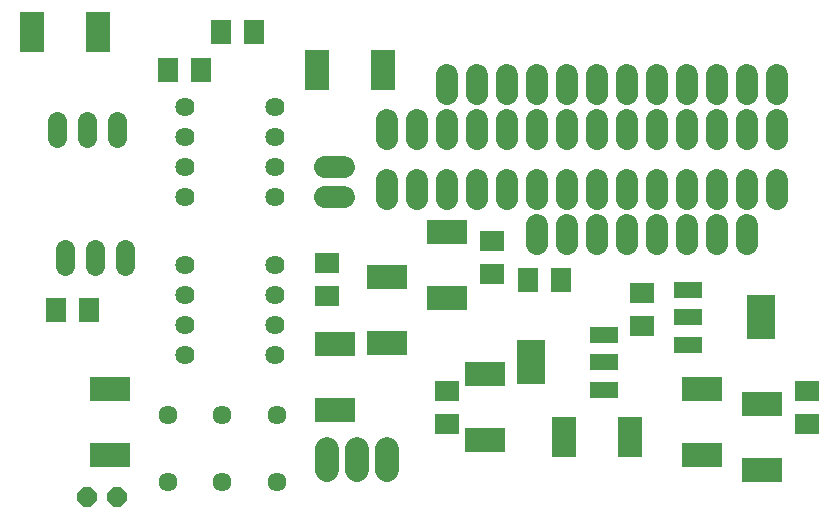
<source format=gbs>
G75*
%MOIN*%
%OFA0B0*%
%FSLAX25Y25*%
%IPPOS*%
%LPD*%
%AMOC8*
5,1,8,0,0,1.08239X$1,22.5*
%
%ADD10R,0.07887X0.07099*%
%ADD11R,0.07099X0.07887*%
%ADD12R,0.09600X0.05600*%
%ADD13R,0.09461X0.14973*%
%ADD14C,0.06400*%
%ADD15C,0.07200*%
%ADD16R,0.07887X0.13398*%
%ADD17C,0.06400*%
%ADD18R,0.13398X0.07887*%
%ADD19C,0.07924*%
%ADD20OC8,0.06400*%
%ADD21C,0.06350*%
D10*
X0114300Y0083788D03*
X0114300Y0094812D03*
X0169300Y0091288D03*
X0169300Y0102312D03*
X0219300Y0084812D03*
X0219300Y0073788D03*
X0274300Y0052312D03*
X0274300Y0041288D03*
X0154300Y0041288D03*
X0154300Y0052312D03*
D11*
X0181288Y0089300D03*
X0192312Y0089300D03*
X0072312Y0159300D03*
X0061288Y0159300D03*
X0078788Y0171800D03*
X0089812Y0171800D03*
X0034812Y0079300D03*
X0023788Y0079300D03*
D12*
X0206500Y0070900D03*
X0206500Y0061800D03*
X0206500Y0052700D03*
X0234600Y0067700D03*
X0234600Y0076800D03*
X0234600Y0085900D03*
D13*
X0259001Y0076800D03*
X0182099Y0061800D03*
D14*
X0096800Y0064300D03*
X0096800Y0074300D03*
X0096800Y0084300D03*
X0096800Y0094300D03*
X0096800Y0116800D03*
X0096800Y0126800D03*
X0096800Y0136800D03*
X0096800Y0146800D03*
X0066800Y0146800D03*
X0066800Y0136800D03*
X0066800Y0126800D03*
X0066800Y0116800D03*
X0066800Y0094300D03*
X0066800Y0084300D03*
X0066800Y0074300D03*
X0066800Y0064300D03*
D15*
X0113600Y0116800D02*
X0120000Y0116800D01*
X0134300Y0116100D02*
X0134300Y0122500D01*
X0144300Y0122500D02*
X0144300Y0116100D01*
X0154300Y0116100D02*
X0154300Y0122500D01*
X0164300Y0122500D02*
X0164300Y0116100D01*
X0174300Y0116100D02*
X0174300Y0122500D01*
X0184300Y0122500D02*
X0184300Y0116100D01*
X0194300Y0116100D02*
X0194300Y0122500D01*
X0204300Y0122500D02*
X0204300Y0116100D01*
X0214300Y0116100D02*
X0214300Y0122500D01*
X0224300Y0122500D02*
X0224300Y0116100D01*
X0234300Y0116100D02*
X0234300Y0122500D01*
X0244300Y0122500D02*
X0244300Y0116100D01*
X0254300Y0116100D02*
X0254300Y0122500D01*
X0264300Y0122500D02*
X0264300Y0116100D01*
X0254300Y0107500D02*
X0254300Y0101100D01*
X0244300Y0101100D02*
X0244300Y0107500D01*
X0234300Y0107500D02*
X0234300Y0101100D01*
X0224300Y0101100D02*
X0224300Y0107500D01*
X0214300Y0107500D02*
X0214300Y0101100D01*
X0204300Y0101100D02*
X0204300Y0107500D01*
X0194300Y0107500D02*
X0194300Y0101100D01*
X0184300Y0101100D02*
X0184300Y0107500D01*
X0184300Y0136100D02*
X0184300Y0142500D01*
X0194300Y0142500D02*
X0194300Y0136100D01*
X0204300Y0136100D02*
X0204300Y0142500D01*
X0214300Y0142500D02*
X0214300Y0136100D01*
X0224300Y0136100D02*
X0224300Y0142500D01*
X0234300Y0142500D02*
X0234300Y0136100D01*
X0244300Y0136100D02*
X0244300Y0142500D01*
X0254300Y0142500D02*
X0254300Y0136100D01*
X0264300Y0136100D02*
X0264300Y0142500D01*
X0264300Y0151100D02*
X0264300Y0157500D01*
X0254300Y0157500D02*
X0254300Y0151100D01*
X0244300Y0151100D02*
X0244300Y0157500D01*
X0234300Y0157500D02*
X0234300Y0151100D01*
X0224300Y0151100D02*
X0224300Y0157500D01*
X0214300Y0157500D02*
X0214300Y0151100D01*
X0204300Y0151100D02*
X0204300Y0157500D01*
X0194300Y0157500D02*
X0194300Y0151100D01*
X0184300Y0151100D02*
X0184300Y0157500D01*
X0174300Y0157500D02*
X0174300Y0151100D01*
X0164300Y0151100D02*
X0164300Y0157500D01*
X0154300Y0157500D02*
X0154300Y0151100D01*
X0154300Y0142500D02*
X0154300Y0136100D01*
X0164300Y0136100D02*
X0164300Y0142500D01*
X0174300Y0142500D02*
X0174300Y0136100D01*
X0144300Y0136100D02*
X0144300Y0142500D01*
X0134300Y0142500D02*
X0134300Y0136100D01*
X0120000Y0126800D02*
X0113600Y0126800D01*
D16*
X0110776Y0159300D03*
X0132824Y0159300D03*
X0037824Y0171800D03*
X0015776Y0171800D03*
X0193276Y0036800D03*
X0215324Y0036800D03*
D17*
X0046800Y0094000D02*
X0046800Y0099600D01*
X0036800Y0099600D02*
X0036800Y0094000D01*
X0026800Y0094000D02*
X0026800Y0099600D01*
X0024300Y0136500D02*
X0024300Y0142100D01*
X0034300Y0142100D02*
X0034300Y0136500D01*
X0044300Y0136500D02*
X0044300Y0142100D01*
D18*
X0134300Y0090324D03*
X0154300Y0083276D03*
X0134300Y0068276D03*
X0116800Y0067824D03*
X0116800Y0045776D03*
X0166800Y0035776D03*
X0166800Y0057824D03*
X0154300Y0105324D03*
X0239300Y0052824D03*
X0259300Y0047824D03*
X0239300Y0030776D03*
X0259300Y0025776D03*
X0041800Y0030776D03*
X0041800Y0052824D03*
D19*
X0114300Y0032862D02*
X0114300Y0025738D01*
X0124300Y0025738D02*
X0124300Y0032862D01*
X0134300Y0032862D02*
X0134300Y0025738D01*
D20*
X0034300Y0016800D03*
X0044300Y0016800D03*
D21*
X0061200Y0021800D03*
X0079300Y0021800D03*
X0097400Y0021800D03*
X0097400Y0044300D03*
X0079300Y0044300D03*
X0061200Y0044300D03*
M02*

</source>
